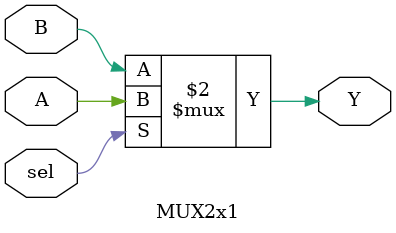
<source format=v>
`timescale 1ns / 1ps


module MUX2x1(
    input A,
    input B,
    input sel,
    output Y
    );
    assign Y = (sel == 1'b1 ? A : B);
endmodule
</source>
